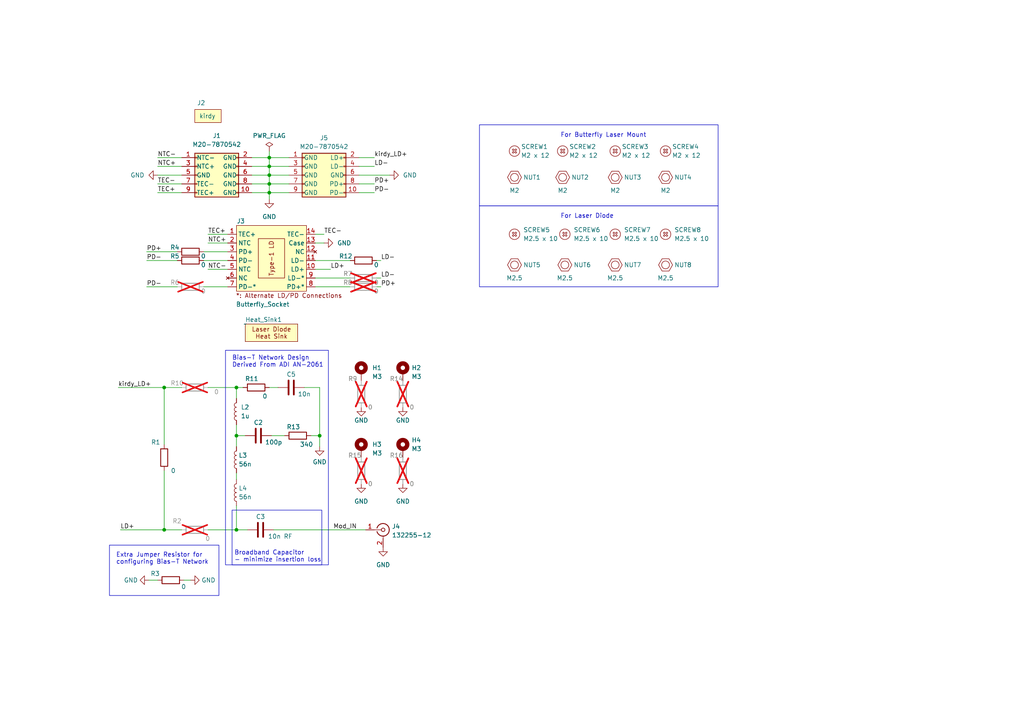
<source format=kicad_sch>
(kicad_sch (version 20230121) (generator eeschema)
  (paper "A4")
  (title_block (title "kirdy_adapter_type_1_LD") (date "2023-11-14") (rev "rev0_1") (company "M-Labs Limited"))
  (lib_symbols
    (symbol "Connector:Conn_Coaxial" (pin_names (offset 1.016) hide)
      (property "Reference" "J" (at 0.254 3.048 0))
      (property "Value" "Conn_Coaxial" (at 2.921 0 90))
      (symbol "Conn_Coaxial_0_1"
        (arc (start -1.778 -0.508) (mid 0.2311 -1.8066) (end 1.778 0) (stroke (width 0.254)))
        (polyline (pts (xy -2.54 0) (xy -0.508 0)))
        (polyline (pts (xy 0 -2.54) (xy 0 -1.778)))
        (circle (center 0 0) (radius 0.508) (stroke (width 0.2032)))
        (arc (start 1.778 0) (mid 0.2099 1.8101) (end -1.778 0.508) (stroke (width 0.254)))
      )
      (symbol "Conn_Coaxial_1_1"
        (pin passive line (at -5.08 0 0) (length 2.54) (name "In") (number "1"))
        (pin passive line (at 0 -5.08 90) (length 2.54) (name "Ext") (number "2"))
      )
    )
    (symbol "Device:C" (pin_numbers hide) (pin_names (offset 0.254))
      (property "Reference" "C" (at 0.635 2.54 0))
      (property "Value" "C" (at 0.635 -2.54 0))
      (symbol "C_0_1"
        (polyline (pts (xy -2.032 -0.762) (xy 2.032 -0.762)) (stroke (width 0.508)))
        (polyline (pts (xy -2.032 0.762) (xy 2.032 0.762)) (stroke (width 0.508)))
      )
      (symbol "C_1_1"
        (pin passive line (at 0 3.81 270) (length 2.794) (name "~") (number "1"))
        (pin passive line (at 0 -3.81 90) (length 2.794) (name "~") (number "2"))
      )
    )
    (symbol "Device:L" (pin_numbers hide) (pin_names (offset 1.016) hide)
      (property "Reference" "L" (at -1.27 0 90))
      (property "Value" "L" (at 1.905 0 90))
      (symbol "L_0_1"
        (arc (start 0 -2.54) (mid 0.6323 -1.905) (end 0 -1.27))
        (arc (start 0 -1.27) (mid 0.6323 -0.635) (end 0 0))
        (arc (start 0 0) (mid 0.6323 0.635) (end 0 1.27))
        (arc (start 0 1.27) (mid 0.6323 1.905) (end 0 2.54))
      )
      (symbol "L_1_1"
        (pin passive line (at 0 3.81 270) (length 1.27) (name "1") (number "1"))
        (pin passive line (at 0 -3.81 90) (length 1.27) (name "2") (number "2"))
      )
    )
    (symbol "Device:R" (pin_numbers hide) (pin_names (offset 0))
      (property "Reference" "R" (at 2.032 0 90))
      (property "Value" "R" (at 0 0 90))
      (symbol "R_0_1"
        (rectangle (start -1.016 -2.54) (end 1.016 2.54) (stroke (width 0.254)))
      )
      (symbol "R_1_1"
        (pin passive line (at 0 3.81 270) (length 1.27) (name "~") (number "1"))
        (pin passive line (at 0 -3.81 90) (length 1.27) (name "~") (number "2"))
      )
    )
    (symbol "Mechanical:MountingHole_Pad" (pin_numbers hide) (pin_names (offset 1.016) hide)
      (property "Reference" "H" (at 0 6.35 0))
      (property "Value" "MountingHole_Pad" (at 0 4.445 0))
      (symbol "MountingHole_Pad_0_1"
        (circle (center 0 1.27) (radius 1.27) (stroke (width 1.27)))
      )
      (symbol "MountingHole_Pad_1_1"
        (pin input line (at 0 -2.54 90) (length 2.54) (name "1") (number "1"))
      )
    )
    (symbol "kirdy_adapter:Copper_Plate_Heat_Sink"
      (property "Reference" "Heat_Sink" (at 4.826 1.27 0))
      (symbol "Copper_Plate_Heat_Sink_1_1"
        (rectangle (start 0 0) (end 15.24 -5.08) (fill (type background)))
        (text "Laser Diode\nHeat Sink" (at 7.62 -2.54 0) (effects (font (size 1.27 1.27))))
      )
    )
    (symbol "kirdy_adapter:Nut" (on_board no)
      (property "Reference" "NUT" (at 0.508 2.794 0))
      (symbol "Nut_0_1"
        (polyline (pts (xy -1.016 1.778) (xy 1.016 1.778) (xy 2.032 0) (xy 1.016 -1.778) (xy -1.016 -1.778) (xy -2.032 0) (xy -1.016 1.778)))
        (circle (center 0 0) (radius 1.1359))
      )
    )
    (symbol "kirdy_adapter:Screw" (on_board no)
      (property "Reference" "SCREW" (at 3.048 2.54 0))
      (symbol "Screw_0_1"
        (polyline (pts (xy -0.254 0) (xy -0.635 -0.381) (xy -0.381 -0.635) (xy 0 -0.254)))
        (polyline (pts (xy 0 -0.254) (xy 0.381 -0.635) (xy 0.635 -0.381) (xy 0.254 0)))
        (polyline (pts (xy 0 0.254) (xy -0.381 0.635) (xy -0.635 0.381) (xy -0.254 0)))
        (polyline (pts (xy 0.254 0) (xy 0.635 0.381) (xy 0.381 0.635) (xy 0 0.254)))
        (circle (center 0 0) (radius 1.524))
      )
    )
    (symbol "kirdy_adapter:butterfly_socket_type_1"
      (property "Reference" "J" (at 1.27 1.27 0))
      (property "Value" "Butterfly_Socket" (at 7.62 -22.86 0))
      (symbol "butterfly_socket_type_1_1_1"
        (rectangle (start 0 0) (end 20.32 -19.05) (fill (type background)))
        (rectangle (start 6.35 -3.81) (end 13.97 -15.24))
        (text "*: Alternate LD/PD Connections" (at 15.24 -20.32 0) (effects (font (size 1.27 1.27))))
        (text "Type-1 LD" (at 10.16 -9.525 900) (effects (font (size 1.27 1.27))))
        (pin input line (at -2.54 -2.54 0) (length 2.54) (name "TEC+") (number "1"))
        (pin passive line (at 22.86 -12.7 180) (length 2.54) (name "LD+") (number "10"))
        (pin passive line (at 22.86 -10.16 180) (length 2.54) (name "LD-") (number "11"))
        (pin no_connect line (at 22.86 -7.62 180) (length 2.54) (name "NC") (number "12"))
        (pin passive line (at 22.86 -5.08 180) (length 2.54) (name "Case") (number "13"))
        (pin passive line (at 22.86 -2.54 180) (length 2.54) (name "TEC-") (number "14"))
        (pin input line (at -2.54 -5.08 0) (length 2.54) (name "NTC") (number "2"))
        (pin input line (at -2.54 -7.62 0) (length 2.54) (name "PD+") (number "3"))
        (pin input line (at -2.54 -10.16 0) (length 2.54) (name "PD-") (number "4"))
        (pin input line (at -2.54 -12.7 0) (length 2.54) (name "NTC") (number "5"))
        (pin no_connect line (at -2.54 -15.24 0) (length 2.54) (name "NC") (number "6"))
        (pin passive line (at -2.54 -17.78 0) (length 2.54) (name "PD-*") (number "7"))
        (pin passive line (at 22.86 -17.78 180) (length 2.54) (name "PD+*") (number "8"))
        (pin passive line (at 22.86 -15.24 180) (length 2.54) (name "LD-*") (number "9"))
      )
    )
    (symbol "kirdy_adapter:kirdy_3d_model"
      (property "Reference" "J" (at 1.27 1.27 0))
      (property "Value" "kirdy" (at 3.81 -1.905 0))
      (symbol "kirdy_3d_model_1_1"
        (rectangle (start 0 0) (end 7.62 -3.81) (fill (type background)))
      )
    )
    (symbol "kirdy_adapter:kirdy_socket_1"
      (property "Reference" "J" (at 5.08 2.54 0))
      (property "Value" "M20-7870542" (at 10.16 -12.7 0))
      (symbol "kirdy_socket_1_1_1"
        (rectangle (start 3.81 -10.033) (end 4.445 -10.287) (stroke (width 0.1524)))
        (rectangle (start 3.81 -7.493) (end 4.445 -7.747) (stroke (width 0.1524)))
        (rectangle (start 3.81 -4.953) (end 4.445 -5.207) (stroke (width 0.1524)))
        (rectangle (start 3.81 -2.413) (end 4.445 -2.667) (stroke (width 0.1524)))
        (rectangle (start 3.81 0.127) (end 4.445 -0.127) (stroke (width 0.1524)))
        (rectangle (start 3.81 1.27) (end 16.51 -11.43) (stroke (width 0.254)) (fill (type background)))
        (rectangle (start 15.875 -10.033) (end 16.51 -10.287) (stroke (width 0.1524)))
        (rectangle (start 15.875 -7.493) (end 16.51 -7.747) (stroke (width 0.1524)))
        (rectangle (start 15.875 -4.953) (end 16.51 -5.207) (stroke (width 0.1524)))
        (rectangle (start 15.875 -2.413) (end 16.51 -2.667) (stroke (width 0.1524)))
        (rectangle (start 15.875 0.127) (end 16.51 -0.127) (stroke (width 0.1524)))
        (pin passive line (at 0 0 0) (length 3.81) (name "NTC-") (number "1"))
        (pin passive line (at 20.32 -10.16 180) (length 3.81) (name "GND") (number "10"))
        (pin passive line (at 20.32 0 180) (length 3.81) (name "GND") (number "2"))
        (pin passive line (at 0 -2.54 0) (length 3.81) (name "NTC+") (number "3"))
        (pin passive line (at 20.32 -2.54 180) (length 3.81) (name "GND") (number "4"))
        (pin passive line (at 0 -5.08 0) (length 3.81) (name "GND") (number "5"))
        (pin passive line (at 20.32 -5.08 180) (length 3.81) (name "GND") (number "6"))
        (pin passive line (at 0 -7.62 0) (length 3.81) (name "TEC-") (number "7"))
        (pin passive line (at 20.32 -7.62 180) (length 3.81) (name "GND") (number "8"))
        (pin passive line (at 0 -10.16 0) (length 3.81) (name "TEC+") (number "9"))
      )
    )
    (symbol "kirdy_adapter:kirdy_socket_2"
      (property "Reference" "J" (at 5.08 2.54 0))
      (property "Value" "M20-7870542" (at 10.16 -12.7 0))
      (symbol "kirdy_socket_2_1_1"
        (rectangle (start 3.81 -10.033) (end 4.445 -10.287) (stroke (width 0.1524)))
        (rectangle (start 3.81 -7.493) (end 4.445 -7.747) (stroke (width 0.1524)))
        (rectangle (start 3.81 -4.953) (end 4.445 -5.207) (stroke (width 0.1524)))
        (rectangle (start 3.81 -2.413) (end 4.445 -2.667) (stroke (width 0.1524)))
        (rectangle (start 3.81 0.127) (end 4.445 -0.127) (stroke (width 0.1524)))
        (rectangle (start 3.81 1.27) (end 16.51 -11.43) (stroke (width 0.254)) (fill (type background)))
        (rectangle (start 15.875 -10.033) (end 16.51 -10.287) (stroke (width 0.1524)))
        (rectangle (start 15.875 -7.493) (end 16.51 -7.747) (stroke (width 0.1524)))
        (rectangle (start 15.875 -4.953) (end 16.51 -5.207) (stroke (width 0.1524)))
        (rectangle (start 15.875 -2.413) (end 16.51 -2.667) (stroke (width 0.1524)))
        (rectangle (start 15.875 0.127) (end 16.51 -0.127) (stroke (width 0.1524)))
        (pin passive line (at 0 0 0) (length 3.81) (name "GND") (number "1"))
        (pin passive line (at 20.32 -10.16 180) (length 3.81) (name "PD-") (number "10"))
        (pin passive line (at 20.32 0 180) (length 3.81) (name "LD+") (number "2"))
        (pin passive line (at 0 -2.54 0) (length 3.81) (name "GND") (number "3"))
        (pin passive line (at 20.32 -2.54 180) (length 3.81) (name "LD-") (number "4"))
        (pin passive line (at 0 -5.08 0) (length 3.81) (name "GND") (number "5"))
        (pin passive line (at 20.32 -5.08 180) (length 3.81) (name "GND") (number "6"))
        (pin passive line (at 0 -7.62 0) (length 3.81) (name "GND") (number "7"))
        (pin passive line (at 20.32 -7.62 180) (length 3.81) (name "PD+") (number "8"))
        (pin passive line (at 0 -10.16 0) (length 3.81) (name "GND") (number "9"))
      )
    )
    (symbol "power:GND" (power) (pin_names (offset 0))
      (property "Value" "GND" (at 0 -3.81 0))
      (symbol "GND_0_1"
        (polyline (pts (xy 0 0) (xy 0 -1.27) (xy 1.27 -1.27) (xy 0 -2.54) (xy -1.27 -1.27) (xy 0 -1.27)))
      )
      (symbol "GND_1_1"
        (pin power_in line (at 0 0 270) (length 0) hide (name "GND") (number "1"))
      )
    )
    (symbol "power:PWR_FLAG" (power) (pin_numbers hide) (pin_names (offset 0) hide)
      (property "Value" "PWR_FLAG" (at 0 3.81 0))
      (symbol "PWR_FLAG_0_0"
        (pin power_out line (at 0 0 90) (length 0) (name "pwr") (number "1"))
      )
      (symbol "PWR_FLAG_0_1"
        (polyline (pts (xy 0 0) (xy 0 1.27) (xy -1.016 1.905) (xy 0 2.54) (xy 1.016 1.905) (xy 0 1.27)))
      )
    )
  )
  (junction (at 78.105 48.26))
  (junction (at 78.105 50.8))
  (junction (at 68.58 153.67))
  (junction (at 47.625 112.395))
  (junction (at 78.105 45.72))
  (junction (at 92.71 126.365))
  (junction (at 68.58 112.395))
  (junction (at 68.58 126.365))
  (junction (at 47.625 153.67))
  (junction (at 78.105 55.88))
  (junction (at 78.105 53.34))
  (wire (pts (xy 78.105 55.88) (xy 83.82 55.88)))
  (wire (pts (xy 78.105 55.88) (xy 73.025 55.88)))
  (wire (pts (xy 78.105 48.26) (xy 78.105 50.8)))
  (wire (pts (xy 93.98 70.485) (xy 91.44 70.485)))
  (wire (pts (xy 78.74 126.365) (xy 82.55 126.365)))
  (wire (pts (xy 92.71 126.365) (xy 92.71 129.54)))
  (wire (pts (xy 47.625 112.395) (xy 52.705 112.395)))
  (wire (pts (xy 45.72 48.26) (xy 52.705 48.26)))
  (wire (pts (xy 68.58 123.19) (xy 68.58 126.365)))
  (wire (pts (xy 78.105 50.8) (xy 78.105 53.34)))
  (wire (pts (xy 47.625 153.67) (xy 52.705 153.67)))
  (wire (pts (xy 47.625 128.905) (xy 47.625 112.395)))
  (wire (pts (xy 108.585 45.72) (xy 104.14 45.72)))
  (wire (pts (xy 60.325 67.945) (xy 66.04 67.945)))
  (wire (pts (xy 59.055 73.025) (xy 66.04 73.025)))
  (wire (pts (xy 78.105 48.26) (xy 83.82 48.26)))
  (wire (pts (xy 78.105 45.72) (xy 83.82 45.72)))
  (wire (pts (xy 90.17 126.365) (xy 92.71 126.365)))
  (wire (pts (xy 113.03 50.8) (xy 104.14 50.8)))
  (wire (pts (xy 60.325 70.485) (xy 66.04 70.485)))
  (wire (pts (xy 78.105 45.72) (xy 78.105 48.26)))
  (wire (pts (xy 78.105 57.785) (xy 78.105 55.88)))
  (wire (pts (xy 43.18 168.275) (xy 45.72 168.275)))
  (wire (pts (xy 68.58 153.67) (xy 71.755 153.67)))
  (wire (pts (xy 79.375 153.67) (xy 106.045 153.67)))
  (wire (pts (xy 68.58 137.16) (xy 68.58 139.065)))
  (wire (pts (xy 47.625 136.525) (xy 47.625 153.67)))
  (wire (pts (xy 108.585 53.34) (xy 104.14 53.34)))
  (wire (pts (xy 34.29 112.395) (xy 47.625 112.395)))
  (wire (pts (xy 78.105 43.815) (xy 78.105 45.72)))
  (wire (pts (xy 73.025 50.8) (xy 78.105 50.8)))
  (wire (pts (xy 108.585 55.88) (xy 104.14 55.88)))
  (wire (pts (xy 95.885 78.105) (xy 91.44 78.105)))
  (wire (pts (xy 45.72 53.34) (xy 52.705 53.34)))
  (wire (pts (xy 68.58 146.685) (xy 68.58 153.67)))
  (wire (pts (xy 110.49 75.565) (xy 109.22 75.565)))
  (wire (pts (xy 68.58 112.395) (xy 68.58 115.57)))
  (wire (pts (xy 59.055 83.185) (xy 66.04 83.185)))
  (wire (pts (xy 34.925 153.67) (xy 47.625 153.67)))
  (wire (pts (xy 71.12 126.365) (xy 68.58 126.365)))
  (wire (pts (xy 55.245 168.275) (xy 53.34 168.275)))
  (wire (pts (xy 68.58 112.395) (xy 70.485 112.395)))
  (wire (pts (xy 45.72 50.8) (xy 52.705 50.8)))
  (wire (pts (xy 108.585 48.26) (xy 104.14 48.26)))
  (wire (pts (xy 42.545 75.565) (xy 51.435 75.565)))
  (wire (pts (xy 68.58 126.365) (xy 68.58 129.54)))
  (wire (pts (xy 73.025 45.72) (xy 78.105 45.72)))
  (wire (pts (xy 59.055 75.565) (xy 66.04 75.565)))
  (wire (pts (xy 78.105 112.395) (xy 80.645 112.395)))
  (wire (pts (xy 93.98 67.945) (xy 91.44 67.945)))
  (wire (pts (xy 110.49 83.185) (xy 109.22 83.185)))
  (wire (pts (xy 42.545 83.185) (xy 51.435 83.185)))
  (wire (pts (xy 60.325 78.105) (xy 66.04 78.105)))
  (wire (pts (xy 52.705 45.72) (xy 45.72 45.72)))
  (wire (pts (xy 73.025 53.34) (xy 78.105 53.34)))
  (wire (pts (xy 42.545 73.025) (xy 51.435 73.025)))
  (wire (pts (xy 60.325 153.67) (xy 68.58 153.67)))
  (wire (pts (xy 101.6 80.645) (xy 91.44 80.645)))
  (wire (pts (xy 45.72 55.88) (xy 52.705 55.88)))
  (wire (pts (xy 101.6 83.185) (xy 91.44 83.185)))
  (wire (pts (xy 78.105 53.34) (xy 83.82 53.34)))
  (wire (pts (xy 92.71 112.395) (xy 92.71 126.365)))
  (wire (pts (xy 60.325 112.395) (xy 68.58 112.395)))
  (wire (pts (xy 88.265 112.395) (xy 92.71 112.395)))
  (wire (pts (xy 78.105 50.8) (xy 83.82 50.8)))
  (wire (pts (xy 110.49 80.645) (xy 109.22 80.645)))
  (wire (pts (xy 91.44 75.565) (xy 101.6 75.565)))
  (wire (pts (xy 73.025 48.26) (xy 78.105 48.26)))
  (wire (pts (xy 78.105 53.34) (xy 78.105 55.88)))
  (rectangle (start 67.31 147.955) (end 93.345 163.83))
  (rectangle (start 139.065 36.195) (end 208.28 59.69))
  (rectangle (start 31.75 158.115) (end 63.5 172.72))
  (rectangle (start 65.405 101.6) (end 95.25 163.83))
  (rectangle (start 139.065 59.69) (end 208.28 83.185))
  (text "Broadband Capacitor\n- minimize insertion loss" (at 67.945 163.195 0) (effects (font (size 1.27 1.27)) (justify left bottom)))
  (text "For Butterfly Laser Mount" (at 162.56 40.005 0) (effects (font (size 1.27 1.27)) (justify left bottom)))
  (text "Extra Jumper Resistor for\nconfiguring Bias-T Network" (at 33.655 163.83 0) (effects (font (size 1.27 1.27)) (justify left bottom)))
  (text "Bias-T Network Design\nDerived From ADI AN-2061" (at 67.31 106.68 0) (effects (font (size 1.27 1.27)) (justify left bottom)))
  (text "For Laser Diode" (at 162.56 63.5 0) (effects (font (size 1.27 1.27)) (justify left bottom)))
  (label "Mod_IN" (at 103.505 153.67 180))
  (label "LD+" (at 34.925 153.67 0))
  (label "NTC-" (at 60.325 78.105 0))
  (label "TEC+" (at 45.72 55.88 0))
  (label "PD+" (at 108.585 53.34 0))
  (label "TEC-" (at 45.72 53.34 0))
  (label "PD-" (at 42.545 75.565 0))
  (label "PD-" (at 42.545 83.185 0))
  (label "TEC+" (at 60.325 67.945 0))
  (label "NTC+" (at 45.72 48.26 0))
  (label "LD+" (at 95.885 78.105 0))
  (label "PD+" (at 42.545 73.025 0))
  (label "PD-" (at 108.585 55.88 0))
  (label "kirdy_LD+" (at 108.585 45.72 0))
  (label "NTC-" (at 45.72 45.72 0))
  (label "NTC+" (at 60.325 70.485 0))
  (label "LD-" (at 108.585 48.26 0))
  (label "TEC-" (at 93.98 67.945 0))
  (label "kirdy_LD+" (at 34.29 112.395 0))
  (label "LD-" (at 110.49 80.645 0))
  (label "LD-" (at 110.49 75.565 0))
  (label "PD+" (at 110.49 83.185 0))
  (symbol (lib_id "power:GND") (at 116.84 140.335 0) (unit 1)
    (property "Reference" "#PWR010" (effects hide))
    (property "Value" "GND" (at 116.84 145.415 0))
  )
  (symbol (lib_id "kirdy_adapter:Screw") (at 193.04 67.945 0) (unit 1) (on_board no)
    (property "Reference" "SCREW8" (at 195.58 66.675 0) (effects (justify left)))
    (property "Value" "M2.5 x 10" (at 195.58 69.215 0) (effects (justify left)))
    (property "MFR_PN" "EDLV-M2.5-L10" (effects hide))
    (property "MFR_PN_ALT" "2770695" (effects hide))
    (property "Comment" "https://jlcmc.com/product/s/E02/EDLV/cross-recessed-large-flat-head-screw" (effects hide))
  )
  (symbol (lib_id "Device:R") (at 49.53 168.275 90) (unit 1)
    (property "Reference" "R3" (at 46.355 166.37 90) (effects (justify left)))
    (property "Value" "0" (at 53.975 170.18 90) (effects (justify left)))
    (property "Footprint" "Resistor_SMD:R_0805_2012Metric" (effects hide))
    (property "MFR_PN" "RCA08050000ZSEA" (effects hide))
  )
  (symbol (lib_id "kirdy_adapter:Screw") (at 193.04 43.815 0) (unit 1) (on_board no)
    (property "Reference" "SCREW4" (at 194.945 42.545 0) (effects (justify left)))
    (property "Value" "M2 x 12" (at 194.945 45.085 0) (effects (justify left)))
    (property "MFR_PN" "EDLV-M2-L12" (effects hide))
    (property "MFR_PN_ALT" "1420387" (effects hide))
    (property "Comment" "https://jlcmc.com/product/s/E02/EDLV/cross-recessed-large-flat-head-screw" (effects hide))
  )
  (symbol (lib_id "kirdy_adapter:Screw") (at 149.225 43.815 0) (unit 1) (on_board no)
    (property "Reference" "SCREW1" (at 151.13 42.545 0) (effects (justify left)))
    (property "Value" "M2 x 12" (at 151.13 45.085 0) (effects (justify left)))
    (property "MFR_PN" "EDLV-M2-L12" (effects hide))
    (property "MFR_PN_ALT" "1420387" (effects hide))
    (property "Comment" "https://jlcmc.com/product/s/E02/EDLV/cross-recessed-large-flat-head-screw" (effects hide))
  )
  (symbol (lib_id "Device:R") (at 55.245 83.185 90) (unit 1) (dnp yes)
    (property "Reference" "R6" (at 52.07 81.915 90) (effects (justify left)))
    (property "Value" "0" (at 59.69 84.455 90) (effects (justify left)))
    (property "Footprint" "Resistor_SMD:R_0805_2012Metric" (effects hide))
    (property "MFR_PN" "RCA08050000ZSEA" (effects hide))
  )
  (symbol (lib_id "Device:L") (at 68.58 142.875 180) (unit 1)
    (property "Reference" "L4" (at 69.215 141.605 0) (effects (justify right)))
    (property "Value" "56n" (at 69.215 144.145 0) (effects (justify right)))
    (property "Footprint" "Inductor_SMD:L_0402_1005Metric" (effects hide))
    (property "MFR_PN" "0402DF-560XJRW" (effects hide))
  )
  (symbol (lib_id "Device:R") (at 116.84 136.525 0) (unit 1) (dnp yes)
    (property "Reference" "R16" (at 113.03 132.08 0) (effects (justify left)))
    (property "Value" "0" (at 118.745 140.335 0) (effects (justify left)))
    (property "Footprint" "Resistor_SMD:R_0805_2012Metric" (effects hide))
    (property "MFR_PN" "RCA08050000ZSEA" (effects hide))
  )
  (symbol (lib_id "power:GND") (at 93.98 70.485 90) (mirror x) (unit 1)
    (property "Reference" "#PWR04" (effects hide))
    (property "Value" "GND" (at 97.79 70.485 90) (effects (justify right)))
  )
  (symbol (lib_id "Device:L") (at 68.58 133.35 180) (unit 1)
    (property "Reference" "L3" (at 69.215 132.08 0) (effects (justify right)))
    (property "Value" "56n" (at 69.215 134.62 0) (effects (justify right)))
    (property "Footprint" "Inductor_SMD:L_0402_1005Metric" (effects hide))
    (property "MFR_PN" "0402DF-560XJRW" (effects hide))
  )
  (symbol (lib_id "Device:R") (at 104.775 114.3 0) (unit 1) (dnp yes)
    (property "Reference" "R9" (at 100.965 109.855 0) (effects (justify left)))
    (property "Value" "0" (at 106.68 118.11 0) (effects (justify left)))
    (property "Footprint" "Resistor_SMD:R_0805_2012Metric" (effects hide))
    (property "MFR_PN" "RCA08050000ZSEA" (effects hide))
  )
  (symbol (lib_id "Mechanical:MountingHole_Pad") (at 116.84 107.95 0) (unit 1) (in_bom no)
    (property "Reference" "H2" (at 119.38 106.68 0) (effects (justify left)))
    (property "Value" "M3" (at 119.38 109.22 0) (effects (justify left)))
    (property "Footprint" "laserSocket:78614110360_Receptacle" (effects hide))
  )
  (symbol (lib_id "kirdy_adapter:Nut") (at 178.435 76.835 0) (unit 1) (on_board no)
    (property "Reference" "NUT7" (at 180.975 76.835 0) (effects (justify left)))
    (property "Value" "M2.5" (at 178.435 80.645 0))
    (property "MFR_PN" "EMLA-S1W-BL1-M2.5" (effects hide))
    (property "MFR_PN_ALT" "1420787" (effects hide))
    (property "Comment" "https://jlcmc.com/product/s/E04/EMLA/hex-nut-standard-thin-thickened-coarse-fine-thread" (effects hide))
  )
  (symbol (lib_id "kirdy_adapter:Nut") (at 149.225 51.435 0) (unit 1) (on_board no)
    (property "Reference" "NUT1" (at 151.765 51.435 0) (effects (justify left)))
    (property "Value" "M2" (at 149.225 55.245 0))
    (property "MFR_PN" "EMLA-S1W-BL1-M2" (effects hide))
    (property "MFR_PN_ALT" "1419445" (effects hide))
    (property "Comment" "https://jlcmc.com/product/s/E04/EMLA/hex-nut-standard-thin-thickened-coarse-fine-thread" (effects hide))
  )
  (symbol (lib_id "Device:C") (at 84.455 112.395 90) (unit 1)
    (property "Reference" "C5" (at 84.455 108.585 90))
    (property "Value" "10n" (at 88.265 114.3 90))
    (property "Footprint" "Capacitor_SMD:C_0402_1005Metric" (effects hide))
    (property "MFR_PN" "C1005X7S2A103K050BB" (effects hide))
  )
  (symbol (lib_id "kirdy_adapter:Copper_Plate_Heat_Sink") (at 71.12 93.98 0) (unit 1)
    (property "Reference" "Heat_Sink1" (at 71.12 92.71 0) (effects (justify left)))
    (property "Value" "~" (at 71.12 93.98 0))
    (property "Footprint" "laserSocket:LD_Heat_Sink" (effects hide))
  )
  (symbol (lib_id "kirdy_adapter:kirdy_3d_model") (at 56.515 31.75 0) (unit 1)
    (property "Reference" "J2" (at 57.15 29.845 0) (effects (justify left)))
    (property "Value" "kirdy" (at 57.785 33.655 0) (effects (justify left)))
    (property "Footprint" "laserSocket:kirdy_socket" (effects hide))
    (property "MFR_PN" "kirdy" (effects hide))
  )
  (symbol (lib_id "Device:R") (at 56.515 112.395 90) (unit 1) (dnp yes)
    (property "Reference" "R10" (at 53.34 111.125 90) (effects (justify left)))
    (property "Value" "0" (at 63.5 113.665 90) (effects (justify left)))
    (property "Footprint" "Resistor_SMD:R_0805_2012Metric" (effects hide))
    (property "MFR_PN" "RCA08050000ZSEA" (effects hide))
  )
  (symbol (lib_id "Device:R") (at 47.625 132.715 0) (unit 1)
    (property "Reference" "R1" (at 43.815 128.27 0) (effects (justify left)))
    (property "Value" "0" (at 49.53 136.525 0) (effects (justify left)))
    (property "Footprint" "Resistor_SMD:R_0805_2012Metric" (effects hide))
    (property "MFR_PN" "RCA08050000ZSEA" (effects hide))
  )
  (symbol (lib_id "power:GND") (at 92.71 129.54 0) (unit 1)
    (property "Reference" "#PWR06" (effects hide))
    (property "Value" "GND" (at 92.71 133.985 0))
  )
  (symbol (lib_id "power:GND") (at 104.775 118.11 0) (unit 1)
    (property "Reference" "#PWR012" (effects hide))
    (property "Value" "GND" (at 104.775 121.92 0))
  )
  (symbol (lib_id "kirdy_adapter:Nut") (at 149.225 76.835 0) (unit 1) (on_board no)
    (property "Reference" "NUT5" (at 151.765 76.835 0) (effects (justify left)))
    (property "Value" "M2.5" (at 149.225 80.645 0))
    (property "MFR_PN" "EMLA-S1W-BL1-M2.5" (effects hide))
    (property "MFR_PN_ALT" "1420787" (effects hide))
    (property "Comment" "https://jlcmc.com/product/s/E04/EMLA/hex-nut-standard-thin-thickened-coarse-fine-thread" (effects hide))
  )
  (symbol (lib_id "kirdy_adapter:Screw") (at 163.83 67.945 0) (unit 1) (on_board no)
    (property "Reference" "SCREW6" (at 166.37 66.675 0) (effects (justify left)))
    (property "Value" "M2.5 x 10" (at 166.37 69.215 0) (effects (justify left)))
    (property "MFR_PN" "EDLV-M2.5-L10" (effects hide))
    (property "MFR_PN_ALT" "2770695" (effects hide))
    (property "Comment" "https://jlcmc.com/product/s/E02/EDLV/cross-recessed-large-flat-head-screw" (effects hide))
  )
  (symbol (lib_id "kirdy_adapter:butterfly_socket_type_1") (at 68.58 65.405 0) (unit 1)
    (property "Reference" "J3" (at 69.85 64.135 0))
    (property "Value" "Butterfly_Socket" (at 76.2 88.265 0))
    (property "Footprint" "laserSocket:Butterfly_Socket" (effects hide))
    (property "Datasheet" "https://m.tb.cn/h.5QDXYK1?tk=wr4mW3e8DlQ" (effects hide))
    (property "MFR_PN" "https://m.tb.cn/h.5QDXYK1?tk=wr4mW3e8DlQ" (effects hide))
    (property "MFR_PN_ALT" "Open on Mobile Version of Taobao. Communuicate with the vendor for customized part." (effects hide))
  )
  (symbol (lib_id "kirdy_adapter:kirdy_socket_1") (at 52.705 45.72 0) (unit 1)
    (property "Reference" "J1" (at 62.865 39.37 0))
    (property "Value" "M20-7870542" (at 62.865 41.91 0))
    (property "Footprint" "laserSocket:M20-7870542" (effects hide))
    (property "MFR_PN" "M20-7870542" (effects hide))
  )
  (symbol (lib_id "power:GND") (at 43.18 168.275 270) (unit 1)
    (property "Reference" "#PWR08" (effects hide))
    (property "Value" "GND" (at 40.005 168.275 90) (effects (justify right)))
  )
  (symbol (lib_id "Device:R") (at 86.36 126.365 90) (unit 1)
    (property "Reference" "R13" (at 85.09 123.825 90))
    (property "Value" "340" (at 88.9 128.905 90))
    (property "Footprint" "Resistor_SMD:R_0402_1005Metric" (effects hide))
    (property "MFR_PN" "ERA-2AEB3400X " (effects hide))
  )
  (symbol (lib_id "power:GND") (at 55.245 168.275 90) (unit 1)
    (property "Reference" "#PWR07" (effects hide))
    (property "Value" "GND" (at 58.42 168.275 90) (effects (justify right)))
  )
  (symbol (lib_id "Device:R") (at 116.84 114.3 0) (unit 1) (dnp yes)
    (property "Reference" "R14" (at 113.03 109.855 0) (effects (justify left)))
    (property "Value" "0" (at 118.745 118.11 0) (effects (justify left)))
    (property "Footprint" "Resistor_SMD:R_0805_2012Metric" (effects hide))
    (property "MFR_PN" "RCA08050000ZSEA" (effects hide))
  )
  (symbol (lib_id "power:GND") (at 113.03 50.8 90) (unit 1)
    (property "Reference" "#PWR05" (effects hide))
    (property "Value" "GND" (at 116.84 50.8 90) (effects (justify right)))
  )
  (symbol (lib_id "kirdy_adapter:Screw") (at 149.225 67.945 0) (unit 1) (on_board no)
    (property "Reference" "SCREW5" (at 151.765 66.675 0) (effects (justify left)))
    (property "Value" "M2.5 x 10" (at 151.765 69.215 0) (effects (justify left)))
    (property "MFR_PN" "EDLV-M2.5-L10" (effects hide))
    (property "MFR_PN_ALT" "2770695" (effects hide))
    (property "Comment" "https://jlcmc.com/product/s/E02/EDLV/cross-recessed-large-flat-head-screw" (effects hide))
  )
  (symbol (lib_id "kirdy_adapter:Screw") (at 163.195 43.815 0) (unit 1) (on_board no)
    (property "Reference" "SCREW2" (at 165.1 42.545 0) (effects (justify left)))
    (property "Value" "M2 x 12" (at 165.1 45.085 0) (effects (justify left)))
    (property "MFR_PN" "EDLV-M2-L12" (effects hide))
    (property "MFR_PN_ALT" "1420387" (effects hide))
    (property "Comment" "https://jlcmc.com/product/s/E02/EDLV/cross-recessed-large-flat-head-screw" (effects hide))
  )
  (symbol (lib_id "Device:C") (at 74.93 126.365 90) (unit 1)
    (property "Reference" "C2" (at 74.93 122.555 90))
    (property "Value" "100p" (at 79.375 128.27 90))
    (property "Footprint" "Capacitor_SMD:C_0402_1005Metric" (effects hide))
    (property "MFR_PN" "CC0402JRNPO9BN101" (effects hide))
  )
  (symbol (lib_id "kirdy_adapter:kirdy_socket_2") (at 83.82 45.72 0) (unit 1)
    (property "Reference" "J5" (at 93.98 40.005 0))
    (property "Value" "M20-7870542" (at 93.98 42.545 0))
    (property "Footprint" "laserSocket:M20-7870542" (effects hide))
    (property "MFR_PN" "M20-7870542" (effects hide))
  )
  (symbol (lib_id "power:GND") (at 78.105 57.785 0) (unit 1)
    (property "Reference" "#PWR03" (effects hide))
    (property "Value" "GND" (at 78.105 62.865 0))
  )
  (symbol (lib_id "kirdy_adapter:Nut") (at 178.435 51.435 0) (unit 1) (on_board no)
    (property "Reference" "NUT3" (at 180.975 51.435 0) (effects (justify left)))
    (property "Value" "M2" (at 178.435 55.245 0))
    (property "MFR_PN" "EMLA-S1W-BL1-M2" (effects hide))
    (property "MFR_PN_ALT" "1419445" (effects hide))
    (property "Comment" "https://jlcmc.com/product/s/E04/EMLA/hex-nut-standard-thin-thickened-coarse-fine-thread" (effects hide))
  )
  (symbol (lib_id "kirdy_adapter:Nut") (at 193.04 51.435 0) (unit 1) (on_board no)
    (property "Reference" "NUT4" (at 195.58 51.435 0) (effects (justify left)))
    (property "Value" "M2" (at 193.04 55.245 0))
    (property "MFR_PN" "EMLA-S1W-BL1-M2" (effects hide))
    (property "MFR_PN_ALT" "1419445" (effects hide))
    (property "Comment" "https://jlcmc.com/product/s/E04/EMLA/hex-nut-standard-thin-thickened-coarse-fine-thread" (effects hide))
  )
  (symbol (lib_id "power:GND") (at 111.125 158.75 0) (unit 1)
    (property "Reference" "#PWR02" (effects hide))
    (property "Value" "GND" (at 111.125 163.83 0))
  )
  (symbol (lib_id "power:GND") (at 104.775 140.335 0) (unit 1)
    (property "Reference" "#PWR09" (effects hide))
    (property "Value" "GND" (at 104.775 145.415 0))
  )
  (symbol (lib_id "Mechanical:MountingHole_Pad") (at 104.775 107.95 0) (unit 1) (in_bom no)
    (property "Reference" "H1" (at 107.95 106.68 0) (effects (justify left)))
    (property "Value" "M3" (at 107.95 109.22 0) (effects (justify left)))
    (property "Footprint" "laserSocket:78614110360_Receptacle" (effects hide))
  )
  (symbol (lib_id "power:GND") (at 45.72 50.8 270) (unit 1)
    (property "Reference" "#PWR01" (effects hide))
    (property "Value" "GND" (at 41.91 50.8 90) (effects (justify right)))
  )
  (symbol (lib_id "Device:C") (at 75.565 153.67 90) (unit 1)
    (property "Reference" "C3" (at 75.565 149.86 90))
    (property "Value" "10n RF" (at 81.28 155.575 90))
    (property "Footprint" "Capacitor_SMD:C_0402_1005Metric" (effects hide))
    (property "MFR_PN" "520L103KT16T" (effects hide))
  )
  (symbol (lib_id "Device:R") (at 105.41 80.645 90) (unit 1) (dnp yes)
    (property "Reference" "R7" (at 102.235 79.375 90) (effects (justify left)))
    (property "Value" "0" (at 109.855 81.915 90) (effects (justify left)))
    (property "Footprint" "Resistor_SMD:R_0805_2012Metric" (effects hide))
    (property "MFR_PN" "RCA08050000ZSEA" (effects hide))
  )
  (symbol (lib_id "Device:R") (at 105.41 83.185 90) (unit 1) (dnp yes)
    (property "Reference" "R8" (at 102.235 81.915 90) (effects (justify left)))
    (property "Value" "0" (at 109.855 84.455 90) (effects (justify left)))
    (property "Footprint" "Resistor_SMD:R_0805_2012Metric" (effects hide))
    (property "MFR_PN" "RCA08050000ZSEA" (effects hide))
  )
  (symbol (lib_id "Mechanical:MountingHole_Pad") (at 104.775 130.175 0) (unit 1) (in_bom no)
    (property "Reference" "H3" (at 107.95 128.905 0) (effects (justify left)))
    (property "Value" "M3" (at 107.95 131.445 0) (effects (justify left)))
    (property "Footprint" "laserSocket:78614110360_Receptacle" (effects hide))
  )
  (symbol (lib_id "kirdy_adapter:Screw") (at 178.435 43.815 0) (unit 1) (on_board no)
    (property "Reference" "SCREW3" (at 180.34 42.545 0) (effects (justify left)))
    (property "Value" "M2 x 12" (at 180.34 45.085 0) (effects (justify left)))
    (property "MFR_PN" "EDLV-M2-L12" (effects hide))
    (property "MFR_PN_ALT" "1420387" (effects hide))
    (property "Comment" "https://jlcmc.com/product/s/E02/EDLV/cross-recessed-large-flat-head-screw" (effects hide))
  )
  (symbol (lib_id "Device:R") (at 55.245 73.025 90) (unit 1)
    (property "Reference" "R4" (at 52.07 71.755 90) (effects (justify left)))
    (property "Value" "0" (at 59.69 74.295 90) (effects (justify left)))
    (property "Footprint" "Resistor_SMD:R_0805_2012Metric" (effects hide))
    (property "MFR_PN" "RCA08050000ZSEA" (effects hide))
  )
  (symbol (lib_id "Mechanical:MountingHole_Pad") (at 116.84 130.175 0) (unit 1) (in_bom no)
    (property "Reference" "H4" (at 119.38 127.635 0) (effects (justify left)))
    (property "Value" "M3" (at 119.38 130.175 0) (effects (justify left)))
    (property "Footprint" "laserSocket:78614110360_Receptacle" (effects hide))
  )
  (symbol (lib_id "Device:L") (at 68.58 119.38 180) (unit 1)
    (property "Reference" "L2" (at 69.85 118.11 0) (effects (justify right)))
    (property "Value" "1u" (at 69.85 120.65 0) (effects (justify right)))
    (property "Footprint" "Inductor_SMD:L_0805_2012Metric" (effects hide))
    (property "MFR_PN" "0805LS-102XJRC" (effects hide))
  )
  (symbol (lib_id "Device:R") (at 56.515 153.67 90) (unit 1) (dnp yes)
    (property "Reference" "R2" (at 52.705 151.13 90) (effects (justify left)))
    (property "Value" "0" (at 60.96 156.21 90) (effects (justify left)))
    (property "Footprint" "Resistor_SMD:R_0805_2012Metric" (effects hide))
    (property "MFR_PN" "RCA08050000ZSEA" (effects hide))
  )
  (symbol (lib_id "Device:R") (at 55.245 75.565 90) (unit 1)
    (property "Reference" "R5" (at 52.07 74.295 90) (effects (justify left)))
    (property "Value" "0" (at 59.69 76.835 90) (effects (justify left)))
    (property "Footprint" "Resistor_SMD:R_0805_2012Metric" (effects hide))
    (property "MFR_PN" "RCA08050000ZSEA" (effects hide))
  )
  (symbol (lib_id "power:PWR_FLAG") (at 78.105 43.815 0) (unit 1)
    (property "Reference" "#FLG01" (effects hide))
    (property "Value" "PWR_FLAG" (at 78.105 39.37 0))
  )
  (symbol (lib_id "Device:R") (at 74.295 112.395 90) (unit 1)
    (property "Reference" "R11" (at 73.025 109.855 90))
    (property "Value" "0" (at 76.835 114.935 90))
    (property "Footprint" "Resistor_SMD:R_0402_1005Metric" (effects hide))
    (property "MFR_PN" "ERJ-2GE0R00X " (effects hide))
  )
  (symbol (lib_id "kirdy_adapter:Nut") (at 163.83 76.835 0) (unit 1) (on_board no)
    (property "Reference" "NUT6" (at 166.37 76.835 0) (effects (justify left)))
    (property "Value" "M2.5" (at 163.83 80.645 0))
    (property "MFR_PN" "EMLA-S1W-BL1-M2.5" (effects hide))
    (property "MFR_PN_ALT" "1420787" (effects hide))
    (property "Comment" "https://jlcmc.com/product/s/E04/EMLA/hex-nut-standard-thin-thickened-coarse-fine-thread" (effects hide))
  )
  (symbol (lib_id "power:GND") (at 116.84 118.11 0) (unit 1)
    (property "Reference" "#PWR011" (effects hide))
    (property "Value" "GND" (at 116.84 121.92 0))
  )
  (symbol (lib_id "kirdy_adapter:Nut") (at 163.195 51.435 0) (unit 1) (on_board no)
    (property "Reference" "NUT2" (at 165.735 51.435 0) (effects (justify left)))
    (property "Value" "M2" (at 163.195 55.245 0))
    (property "MFR_PN" "EMLA-S1W-BL1-M2" (effects hide))
    (property "MFR_PN_ALT" "1419445" (effects hide))
    (property "Comment" "https://jlcmc.com/product/s/E04/EMLA/hex-nut-standard-thin-thickened-coarse-fine-thread" (effects hide))
  )
  (symbol (lib_id "Connector:Conn_Coaxial") (at 111.125 153.67 0) (unit 1)
    (property "Reference" "J4" (at 113.665 152.6931 0) (effects (justify left)))
    (property "Value" "132255-12" (at 113.665 155.2331 0) (effects (justify left)))
    (property "Footprint" "Connector_Coaxial:SMA_Amphenol_132289_EdgeMount" (effects hide))
    (property "Datasheet" " ~" (effects hide))
    (property "MFR_PN" "132255-12" (effects hide))
    (property "Comment" "Alternate Part should check max board thickness supported and should have similar or minimum length" (effects hide))
  )
  (symbol (lib_id "Device:R") (at 104.775 136.525 0) (unit 1) (dnp yes)
    (property "Reference" "R15" (at 100.965 132.08 0) (effects (justify left)))
    (property "Value" "0" (at 106.68 140.335 0) (effects (justify left)))
    (property "Footprint" "Resistor_SMD:R_0805_2012Metric" (effects hide))
    (property "MFR_PN" "RCA08050000ZSEA" (effects hide))
  )
  (symbol (lib_id "kirdy_adapter:Nut") (at 193.04 76.835 0) (unit 1) (on_board no)
    (property "Reference" "NUT8" (at 195.58 76.835 0) (effects (justify left)))
    (property "Value" "M2.5" (at 193.04 80.645 0))
    (property "MFR_PN" "EMLA-S1W-BL1-M2.5" (effects hide))
    (property "MFR_PN_ALT" "1420787" (effects hide))
    (property "Comment" "https://jlcmc.com/product/s/E04/EMLA/hex-nut-standard-thin-thickened-coarse-fine-thread" (effects hide))
  )
  (symbol (lib_id "Device:R") (at 105.41 75.565 90) (unit 1)
    (property "Reference" "R12" (at 102.235 74.295 90) (effects (justify left)))
    (property "Value" "0" (at 109.855 76.835 90) (effects (justify left)))
    (property "Footprint" "Resistor_SMD:R_0805_2012Metric" (effects hide))
    (property "MFR_PN" "RCA08050000ZSEA" (effects hide))
  )
  (symbol (lib_id "kirdy_adapter:Screw") (at 178.435 67.945 0) (unit 1) (on_board no)
    (property "Reference" "SCREW7" (at 180.975 66.675 0) (effects (justify left)))
    (property "Value" "M2.5 x 10" (at 180.975 69.215 0) (effects (justify left)))
    (property "MFR_PN" "EDLV-M2.5-L10" (effects hide))
    (property "MFR_PN_ALT" "2770695" (effects hide))
    (property "Comment" "https://jlcmc.com/product/s/E02/EDLV/cross-recessed-large-flat-head-screw" (effects hide))
  )
)
</source>
